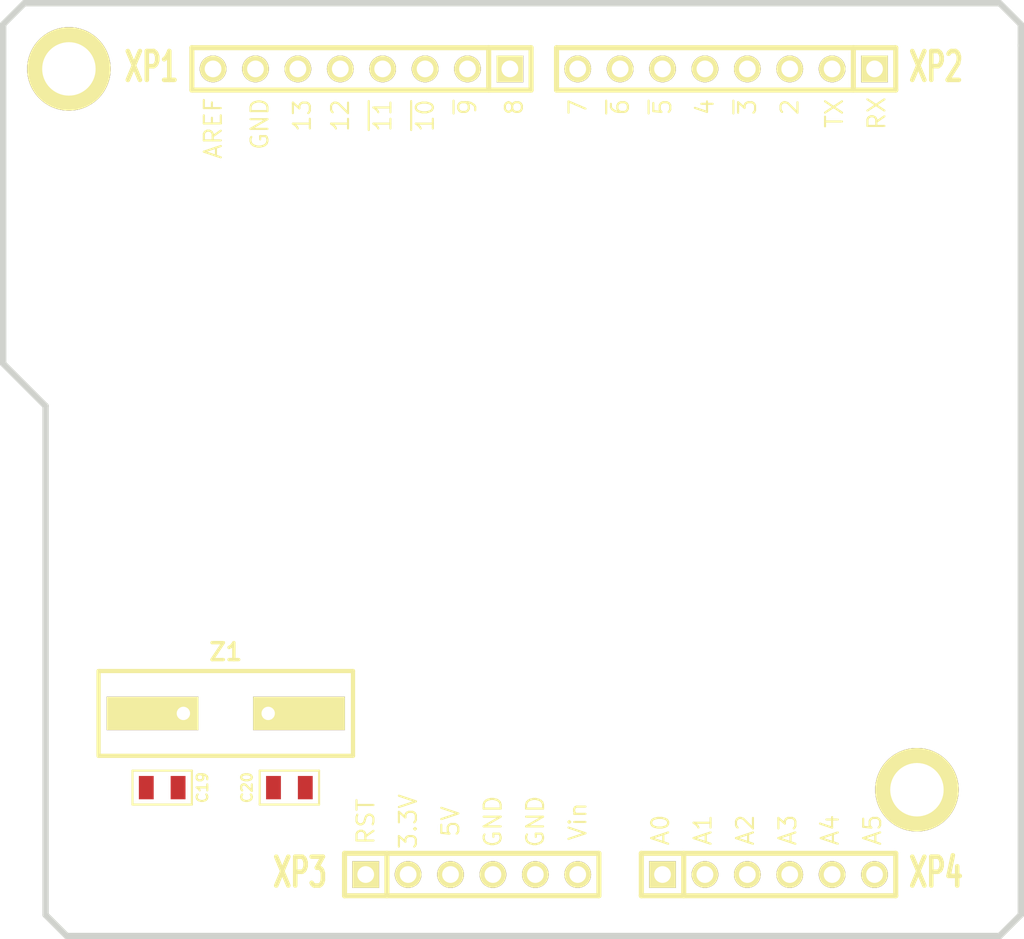
<source format=kicad_pcb>
(kicad_pcb (version 4) (host pcbnew 4.0.2+dfsg1-stable)

  (general
    (links 5)
    (no_connects 5)
    (area 64.579499 92.519499 125.920501 148.780501)
    (thickness 1.6002)
    (drawings 39)
    (tracks 0)
    (zones 0)
    (modules 9)
    (nets 15)
  )

  (page A4)
  (layers
    (0 Front signal)
    (31 Back signal)
    (32 B.Adhes user)
    (33 F.Adhes user)
    (34 B.Paste user)
    (35 F.Paste user)
    (36 B.SilkS user)
    (37 F.SilkS user)
    (38 B.Mask user)
    (39 F.Mask user)
    (40 Dwgs.User user)
    (41 Cmts.User user)
    (42 Eco1.User user)
    (43 Eco2.User user)
    (44 Edge.Cuts user)
  )

  (setup
    (last_trace_width 0.254)
    (user_trace_width 0.254)
    (user_trace_width 0.508)
    (user_trace_width 1.01092)
    (trace_clearance 0.254)
    (zone_clearance 0.508)
    (zone_45_only no)
    (trace_min 0.254)
    (segment_width 0.381)
    (edge_width 0.381)
    (via_size 1.19888)
    (via_drill 0.59944)
    (via_min_size 0.889)
    (via_min_drill 0.508)
    (user_via 1.19888 0.59944)
    (uvia_size 0.508)
    (uvia_drill 0.127)
    (uvias_allowed no)
    (uvia_min_size 0.508)
    (uvia_min_drill 0.127)
    (pcb_text_width 0.3048)
    (pcb_text_size 1.524 2.032)
    (mod_edge_width 0.254)
    (mod_text_size 1.524 1.524)
    (mod_text_width 0.127)
    (pad_size 1.6 1.6)
    (pad_drill 1)
    (pad_to_mask_clearance 0.254)
    (aux_axis_origin 0 0)
    (visible_elements FFFFFFBF)
    (pcbplotparams
      (layerselection 0x00030_80000001)
      (usegerberextensions true)
      (excludeedgelayer true)
      (linewidth 0.150000)
      (plotframeref false)
      (viasonmask false)
      (mode 1)
      (useauxorigin true)
      (hpglpennumber 1)
      (hpglpenspeed 20)
      (hpglpendiameter 15)
      (hpglpenoverlay 0)
      (psnegative false)
      (psa4output false)
      (plotreference true)
      (plotvalue true)
      (plotinvisibletext false)
      (padsonsilk false)
      (subtractmaskfromsilk false)
      (outputformat 1)
      (mirror false)
      (drillshape 1)
      (scaleselection 1)
      (outputdirectory ../../../../../../Документы/GERBER_MODUL_ADC/))
  )

  (net 0 "")
  (net 1 /+5V)
  (net 2 /A0)
  (net 3 /GND)
  (net 4 /PB0)
  (net 5 /PB1)
  (net 6 /PB2)
  (net 7 /PB3)
  (net 8 /PB4)
  (net 9 /PB5)
  (net 10 /PD4)
  (net 11 /PD5)
  (net 12 /PD6)
  (net 13 N-0000041)
  (net 14 N-0000046)

  (net_class Default "This is the default net class."
    (clearance 0.254)
    (trace_width 0.254)
    (via_dia 1.19888)
    (via_drill 0.59944)
    (uvia_dia 0.508)
    (uvia_drill 0.127)
    (add_net /+5V)
    (add_net /A0)
    (add_net /GND)
    (add_net /PB0)
    (add_net /PB1)
    (add_net /PB2)
    (add_net /PB3)
    (add_net /PB4)
    (add_net /PB5)
    (add_net /PD4)
    (add_net /PD5)
    (add_net /PD6)
    (add_net N-0000041)
    (add_net N-0000046)
  )

  (module 1_pin (layer Front) (tedit 4EDCC668) (tstamp 4E26C411)
    (at 69.469 96.647)
    (descr "module 1 pin (ou trou mecanique de percage)")
    (tags DEV)
    (path 1_pin)
    (fp_text reference arduino (at -0.762 -2.032) (layer F.SilkS) hide
      (effects (font (size 0.50038 0.50038) (thickness 0.12446)))
    )
    (fp_text value P*** (at -0.762 -0.762) (layer F.SilkS) hide
      (effects (font (size 1.016 1.016) (thickness 0.254)))
    )
    (pad "" thru_hole circle (at -0.762 0) (size 5.00126 5.00126) (drill 3.2004) (layers *.Cu *.Mask F.SilkS)
      (clearance 1.00076))
  )

  (module 1_pin (layer Front) (tedit 4EDCC65E) (tstamp 4EDCC647)
    (at 119.507 139.827)
    (descr "module 1 pin (ou trou mecanique de percage)")
    (tags DEV)
    (path 1_pin)
    (fp_text reference arduino (at 0 -2.54) (layer F.SilkS) hide
      (effects (font (size 0.50038 0.50038) (thickness 0.12446)))
    )
    (fp_text value P*** (at 0 -0.635) (layer F.SilkS) hide
      (effects (font (size 1.016 1.016) (thickness 0.254)))
    )
    (pad "" thru_hole circle (at 0 0) (size 5.00126 5.00126) (drill 3.2004) (layers *.Cu *.Mask F.SilkS)
      (solder_mask_margin 1.99898) (solder_paste_margin 1.99898) (clearance 1.00076))
  )

  (module SIL-6 (layer Front) (tedit 563CCA1D) (tstamp 4CEE8468)
    (at 92.837 144.907)
    (descr "Connecteur 6 pins")
    (tags "CONN DEV")
    (path /4EB912B4)
    (fp_text reference XP3 (at -10.287 -0.127) (layer F.SilkS)
      (effects (font (size 1.72974 1.08712) (thickness 0.27178)))
    )
    (fp_text value PLS-6 (at 3.81 -2.54) (layer F.SilkS) hide
      (effects (font (size 1.524 1.016) (thickness 0.254)))
    )
    (fp_line (start -7.62 1.27) (end -7.62 -1.27) (layer F.SilkS) (width 0.3048))
    (fp_line (start -7.62 -1.27) (end 7.62 -1.27) (layer F.SilkS) (width 0.3048))
    (fp_line (start 7.62 -1.27) (end 7.62 1.27) (layer F.SilkS) (width 0.3048))
    (fp_line (start 7.62 1.27) (end -7.62 1.27) (layer F.SilkS) (width 0.3048))
    (fp_line (start -5.08 1.27) (end -5.08 -1.27) (layer F.SilkS) (width 0.3048))
    (pad 1 thru_hole rect (at -6.35 0) (size 1.6 1.6) (drill 1) (layers *.Cu *.Mask F.SilkS))
    (pad 2 thru_hole circle (at -3.81 0) (size 1.6 1.6) (drill 1) (layers *.Cu *.Mask F.SilkS))
    (pad 3 thru_hole circle (at -1.27 0) (size 1.6 1.6) (drill 1) (layers *.Cu *.Mask F.SilkS)
      (net 1 /+5V))
    (pad 4 thru_hole circle (at 1.27 0) (size 1.6 1.6) (drill 1) (layers *.Cu *.Mask F.SilkS)
      (net 3 /GND))
    (pad 5 thru_hole circle (at 3.81 0) (size 1.6 1.6) (drill 1) (layers *.Cu *.Mask F.SilkS)
      (net 3 /GND))
    (pad 6 thru_hole circle (at 6.35 0) (size 1.6 1.6) (drill 1) (layers *.Cu *.Mask F.SilkS))
  )

  (module SIL-6 (layer Front) (tedit 563CCA43) (tstamp 4CEE846A)
    (at 110.617 144.907)
    (descr "Connecteur 6 pins")
    (tags "CONN DEV")
    (path /4ED78CD0)
    (fp_text reference XP4 (at 10.033 -0.127) (layer F.SilkS)
      (effects (font (size 1.72974 1.08712) (thickness 0.27178)))
    )
    (fp_text value PLS-6 (at 3.81 -2.54) (layer F.SilkS) hide
      (effects (font (size 1.524 1.016) (thickness 0.254)))
    )
    (fp_line (start -7.62 1.27) (end -7.62 -1.27) (layer F.SilkS) (width 0.3048))
    (fp_line (start -7.62 -1.27) (end 7.62 -1.27) (layer F.SilkS) (width 0.3048))
    (fp_line (start 7.62 -1.27) (end 7.62 1.27) (layer F.SilkS) (width 0.3048))
    (fp_line (start 7.62 1.27) (end -7.62 1.27) (layer F.SilkS) (width 0.3048))
    (fp_line (start -5.08 1.27) (end -5.08 -1.27) (layer F.SilkS) (width 0.3048))
    (pad 1 thru_hole rect (at -6.35 0) (size 1.6 1.6) (drill 1) (layers *.Cu *.Mask F.SilkS)
      (net 2 /A0))
    (pad 2 thru_hole circle (at -3.81 0) (size 1.6 1.6) (drill 1) (layers *.Cu *.Mask F.SilkS))
    (pad 3 thru_hole circle (at -1.27 0) (size 1.6 1.6) (drill 1) (layers *.Cu *.Mask F.SilkS))
    (pad 4 thru_hole circle (at 1.27 0) (size 1.6 1.6) (drill 1) (layers *.Cu *.Mask F.SilkS))
    (pad 5 thru_hole circle (at 3.81 0) (size 1.6 1.6) (drill 1) (layers *.Cu *.Mask F.SilkS))
    (pad 6 thru_hole circle (at 6.35 0) (size 1.6 1.6) (drill 1) (layers *.Cu *.Mask F.SilkS))
  )

  (module SIL-8 (layer Front) (tedit 563CCA8C) (tstamp 4CEE846D)
    (at 86.233 96.647 180)
    (descr "Connecteur 8 pins")
    (tags "CONN DEV")
    (path /4EB91375)
    (fp_text reference XP1 (at 12.573 0.127 180) (layer F.SilkS)
      (effects (font (size 1.72974 1.08712) (thickness 0.27178)))
    )
    (fp_text value PLS-8 (at 5.08 -3.81 180) (layer F.SilkS) hide
      (effects (font (size 1.524 1.016) (thickness 0.254)))
    )
    (fp_line (start -10.16 -1.27) (end 10.16 -1.27) (layer F.SilkS) (width 0.3048))
    (fp_line (start 10.16 -1.27) (end 10.16 1.27) (layer F.SilkS) (width 0.3048))
    (fp_line (start 10.16 1.27) (end -10.16 1.27) (layer F.SilkS) (width 0.3048))
    (fp_line (start -10.16 1.27) (end -10.16 -1.27) (layer F.SilkS) (width 0.3048))
    (fp_line (start -7.62 1.27) (end -7.62 -1.27) (layer F.SilkS) (width 0.3048))
    (pad 1 thru_hole rect (at -8.89 0 180) (size 1.6 1.6) (drill 1) (layers *.Cu *.Mask F.SilkS)
      (net 4 /PB0))
    (pad 2 thru_hole circle (at -6.35 0 180) (size 1.6 1.6) (drill 1) (layers *.Cu *.Mask F.SilkS)
      (net 5 /PB1))
    (pad 3 thru_hole circle (at -3.81 0 180) (size 1.6 1.6) (drill 1) (layers *.Cu *.Mask F.SilkS)
      (net 6 /PB2))
    (pad 4 thru_hole circle (at -1.27 0 180) (size 1.6 1.6) (drill 1) (layers *.Cu *.Mask F.SilkS)
      (net 7 /PB3))
    (pad 5 thru_hole circle (at 1.27 0 180) (size 1.6 1.6) (drill 1) (layers *.Cu *.Mask F.SilkS)
      (net 8 /PB4))
    (pad 6 thru_hole circle (at 3.81 0 180) (size 1.6 1.6) (drill 1) (layers *.Cu *.Mask F.SilkS)
      (net 9 /PB5))
    (pad 7 thru_hole circle (at 6.35 0 180) (size 1.6 1.6) (drill 1) (layers *.Cu *.Mask F.SilkS))
    (pad 8 thru_hole circle (at 8.89 0 180) (size 1.6 1.6) (drill 1) (layers *.Cu *.Mask F.SilkS))
  )

  (module SIL-8 (layer Front) (tedit 563CCAC4) (tstamp 4CF3A63E)
    (at 108.077 96.647 180)
    (descr "Connecteur 8 pins")
    (tags "CONN DEV")
    (path /4ED777B2)
    (fp_text reference XP2 (at -12.573 0.127 180) (layer F.SilkS)
      (effects (font (size 1.72974 1.08712) (thickness 0.27178)))
    )
    (fp_text value PLS-8 (at 3.81 -3.81 180) (layer F.SilkS) hide
      (effects (font (size 1.524 1.016) (thickness 0.254)))
    )
    (fp_line (start -10.16 -1.27) (end 10.16 -1.27) (layer F.SilkS) (width 0.3048))
    (fp_line (start 10.16 -1.27) (end 10.16 1.27) (layer F.SilkS) (width 0.3048))
    (fp_line (start 10.16 1.27) (end -10.16 1.27) (layer F.SilkS) (width 0.3048))
    (fp_line (start -10.16 1.27) (end -10.16 -1.27) (layer F.SilkS) (width 0.3048))
    (fp_line (start -7.62 1.27) (end -7.62 -1.27) (layer F.SilkS) (width 0.3048))
    (pad 1 thru_hole rect (at -8.89 0 180) (size 1.6 1.6) (drill 1) (layers *.Cu *.Mask F.SilkS))
    (pad 2 thru_hole circle (at -6.35 0 180) (size 1.6 1.6) (drill 1) (layers *.Cu *.Mask F.SilkS))
    (pad 3 thru_hole circle (at -3.81 0 180) (size 1.6 1.6) (drill 1) (layers *.Cu *.Mask F.SilkS))
    (pad 4 thru_hole circle (at -1.27 0 180) (size 1.6 1.6) (drill 1) (layers *.Cu *.Mask F.SilkS))
    (pad 5 thru_hole circle (at 1.27 0 180) (size 1.6 1.6) (drill 1) (layers *.Cu *.Mask F.SilkS)
      (net 10 /PD4))
    (pad 6 thru_hole circle (at 3.81 0 180) (size 1.6 1.6) (drill 1) (layers *.Cu *.Mask F.SilkS)
      (net 11 /PD5))
    (pad 7 thru_hole circle (at 6.35 0 180) (size 1.6 1.6) (drill 1) (layers *.Cu *.Mask F.SilkS)
      (net 12 /PD6))
    (pad 8 thru_hole circle (at 8.89 0 180) (size 1.6 1.6) (drill 1) (layers *.Cu *.Mask F.SilkS))
  )

  (module Q_49U3HMS& (layer Front) (tedit 563CCB70) (tstamp 4EDCAB5E)
    (at 78.105 135.255 180)
    (path /4ED78F56)
    (fp_text reference Z1 (at 0 3.683 180) (layer F.SilkS)
      (effects (font (size 1.016 1.016) (thickness 0.2032)))
    )
    (fp_text value "2.4576 МГц" (at 0.254 1.524 180) (layer F.SilkS) hide
      (effects (font (size 1.016 1.016) (thickness 0.2032)))
    )
    (fp_line (start 7.62 2.54) (end -7.62 2.54) (layer F.SilkS) (width 0.254))
    (fp_line (start -7.62 2.54) (end -7.62 -2.54) (layer F.SilkS) (width 0.254))
    (fp_line (start -7.62 -2.54) (end 7.62 -2.54) (layer F.SilkS) (width 0.254))
    (fp_line (start 7.62 -2.54) (end 7.62 2.54) (layer F.SilkS) (width 0.254))
    (pad 1 thru_hole trapezoid (at -2.54 0 180) (size 5.4991 1.99898) (drill 0.8001 (offset -1.84658 0)) (layers *.Cu *.Mask F.SilkS)
      (net 13 N-0000041))
    (pad 2 thru_hole trapezoid (at 2.54 0 180) (size 5.4991 1.99898) (drill 0.8001 (offset 1.84658 0)) (layers *.Cu *.Mask F.SilkS)
      (net 14 N-0000046))
  )

  (module SMD0805 (layer Front) (tedit 5AC38DCC) (tstamp 4EDCAB6B)
    (at 74.295 139.7 180)
    (path /4ED79054)
    (attr smd)
    (fp_text reference C19 (at -2.413 0 270) (layer F.SilkS)
      (effects (font (size 0.635 0.635) (thickness 0.127)))
    )
    (fp_text value "12 п" (at 0.254 1.524 180) (layer F.SilkS) hide
      (effects (font (size 0.635 0.635) (thickness 0.127)))
    )
    (fp_line (start 1.778 1.016) (end 1.778 -1.016) (layer F.SilkS) (width 0.127))
    (fp_line (start -1.778 1.016) (end 1.778 1.016) (layer F.SilkS) (width 0.127))
    (fp_line (start -1.778 -1.016) (end -1.778 1.016) (layer F.SilkS) (width 0.127))
    (fp_line (start -1.778 -1.016) (end 1.778 -1.016) (layer F.SilkS) (width 0.127))
    (pad 1 smd rect (at -0.9525 0 180) (size 0.889 1.397) (layers Front F.Paste F.Mask)
      (net 14 N-0000046))
    (pad 2 smd rect (at 0.9525 0 180) (size 0.889 1.397) (layers Front F.Paste F.Mask)
      (net 3 /GND))
    (model smd/chip_cms.wrl
      (at (xyz 0 0 0))
      (scale (xyz 0.1 0.1 0.1))
      (rotate (xyz 0 0 0))
    )
  )

  (module SMD0805 (layer Front) (tedit 5AC38DD4) (tstamp 4EDCAB6D)
    (at 81.915 139.7)
    (path /4ED79055)
    (attr smd)
    (fp_text reference C20 (at -2.54 0 90) (layer F.SilkS)
      (effects (font (size 0.635 0.635) (thickness 0.127)))
    )
    (fp_text value "12 п" (at 0.254 1.524) (layer F.SilkS) hide
      (effects (font (size 0.635 0.635) (thickness 0.127)))
    )
    (fp_line (start 1.778 1.016) (end 1.778 -1.016) (layer F.SilkS) (width 0.127))
    (fp_line (start -1.778 1.016) (end 1.778 1.016) (layer F.SilkS) (width 0.127))
    (fp_line (start -1.778 -1.016) (end -1.778 1.016) (layer F.SilkS) (width 0.127))
    (fp_line (start -1.778 -1.016) (end 1.778 -1.016) (layer F.SilkS) (width 0.127))
    (pad 1 smd rect (at -0.9525 0) (size 0.889 1.397) (layers Front F.Paste F.Mask)
      (net 13 N-0000041))
    (pad 2 smd rect (at 0.9525 0) (size 0.889 1.397) (layers Front F.Paste F.Mask)
      (net 3 /GND))
    (model smd/chip_cms.wrl
      (at (xyz 0 0 0))
      (scale (xyz 0.1 0.1 0.1))
      (rotate (xyz 0 0 0))
    )
  )

  (gr_line (start 64.77 114.3) (end 67.31 116.84) (angle 90) (layer Edge.Cuts) (width 0.381))
  (gr_line (start 68.58 148.59) (end 124.46 148.59) (angle 90) (layer Edge.Cuts) (width 0.381))
  (gr_line (start 67.31 147.32) (end 68.58 148.59) (angle 90) (layer Edge.Cuts) (width 0.381))
  (gr_line (start 67.31 116.84) (end 67.31 147.32) (angle 90) (layer Edge.Cuts) (width 0.381))
  (gr_line (start 64.77 93.98) (end 64.77 114.3) (angle 90) (layer Edge.Cuts) (width 0.381))
  (gr_line (start 66.04 92.71) (end 64.77 93.98) (angle 90) (layer Edge.Cuts) (width 0.381))
  (gr_line (start 124.46 92.71) (end 66.04 92.71) (angle 90) (layer Edge.Cuts) (width 0.381))
  (gr_line (start 125.73 93.98) (end 124.46 92.71) (angle 90) (layer Edge.Cuts) (width 0.381))
  (gr_line (start 125.73 95.25) (end 125.73 93.98) (angle 90) (layer Edge.Cuts) (width 0.381))
  (gr_line (start 125.73 147.32) (end 124.46 148.59) (angle 90) (layer Edge.Cuts) (width 0.381))
  (gr_line (start 125.73 95.25) (end 125.73 147.32) (angle 90) (layer Edge.Cuts) (width 0.381))
  (gr_text AREF (at 77.343 100.203 90) (layer F.SilkS)
    (effects (font (size 1.016 1.016) (thickness 0.127)))
  )
  (gr_text 13 (at 82.677 99.441 90) (layer F.SilkS)
    (effects (font (size 1.016 1.016) (thickness 0.127)))
  )
  (gr_text 8 (at 95.377 98.933 90) (layer F.SilkS)
    (effects (font (size 1.016 1.016) (thickness 0.127)))
  )
  (gr_text GND (at 80.137 99.949 90) (layer F.SilkS)
    (effects (font (size 1.016 1.016) (thickness 0.127)))
  )
  (gr_text ~6 (at 101.727 98.933 90) (layer F.SilkS)
    (effects (font (size 1.016 1.016) (thickness 0.127)))
  )
  (gr_text ~5 (at 104.267 98.933 90) (layer F.SilkS)
    (effects (font (size 1.016 1.016) (thickness 0.127)))
  )
  (gr_text ~11 (at 87.503 99.441 90) (layer F.SilkS)
    (effects (font (size 1.016 1.016) (thickness 0.127)))
  )
  (gr_text 12 (at 84.963 99.441 90) (layer F.SilkS)
    (effects (font (size 1.016 1.016) (thickness 0.127)))
  )
  (gr_text ~10 (at 90.043 99.441 90) (layer F.SilkS)
    (effects (font (size 1.016 1.016) (thickness 0.127)))
  )
  (gr_text ~9 (at 92.583 98.933 90) (layer F.SilkS)
    (effects (font (size 1.016 1.016) (thickness 0.127)))
  )
  (gr_text 4 (at 106.807 98.933 90) (layer F.SilkS)
    (effects (font (size 1.016 1.016) (thickness 0.127)))
  )
  (gr_text 7 (at 99.187 98.933 90) (layer F.SilkS)
    (effects (font (size 1.016 1.016) (thickness 0.127)))
  )
  (gr_text ~3 (at 109.347 98.933 90) (layer F.SilkS)
    (effects (font (size 1.016 1.016) (thickness 0.127)))
  )
  (gr_text 2 (at 111.887 98.933 90) (layer F.SilkS)
    (effects (font (size 1.016 1.016) (thickness 0.127)))
  )
  (gr_text TX (at 114.554 99.314 90) (layer F.SilkS)
    (effects (font (size 1.016 1.016) (thickness 0.127)))
  )
  (gr_text GND (at 94.107 141.732 90) (layer F.SilkS)
    (effects (font (size 1.016 1.016) (thickness 0.127)))
  )
  (gr_text RX (at 117.094 99.314 90) (layer F.SilkS)
    (effects (font (size 1.016 1.016) (thickness 0.127)))
  )
  (gr_text Vin (at 99.187 141.732 90) (layer F.SilkS)
    (effects (font (size 1.016 1.016) (thickness 0.127)))
  )
  (gr_text 5V (at 91.567 141.732 90) (layer F.SilkS)
    (effects (font (size 1.016 1.016) (thickness 0.127)))
  )
  (gr_text GND (at 96.647 141.732 90) (layer F.SilkS)
    (effects (font (size 1.016 1.016) (thickness 0.127)))
  )
  (gr_text 3.3V (at 89.027 141.732 90) (layer F.SilkS)
    (effects (font (size 1.016 1.016) (thickness 0.127)))
  )
  (gr_text A2 (at 109.22 142.24 90) (layer F.SilkS)
    (effects (font (size 1.016 1.016) (thickness 0.127)))
  )
  (gr_text A3 (at 111.76 142.24 90) (layer F.SilkS)
    (effects (font (size 1.016 1.016) (thickness 0.127)))
  )
  (gr_text RST (at 86.487 141.732 90) (layer F.SilkS)
    (effects (font (size 1.016 1.016) (thickness 0.127)))
  )
  (gr_text A5 (at 116.84 142.24 90) (layer F.SilkS)
    (effects (font (size 1.016 1.016) (thickness 0.127)))
  )
  (gr_text A4 (at 114.3 142.24 90) (layer F.SilkS)
    (effects (font (size 1.016 1.016) (thickness 0.127)))
  )
  (gr_text A1 (at 106.68 142.24 90) (layer F.SilkS)
    (effects (font (size 1.016 1.016) (thickness 0.127)))
  )
  (gr_text A0 (at 104.14 142.24 90) (layer F.SilkS)
    (effects (font (size 1.016 1.016) (thickness 0.127)))
  )

  (zone (net 3) (net_name /GND) (layer Back) (tstamp 4EDCB4AA) (hatch edge 0.508)
    (connect_pads (clearance 0.508))
    (min_thickness 0.50038)
    (fill (mode segment) (arc_segments 16) (thermal_gap 0.508) (thermal_bridge_width 0.508))
    (polygon
      (pts
        (xy 123.825 147.955) (xy 125.095 146.685) (xy 125.095 94.615) (xy 123.825 93.345) (xy 67.31 93.345)
        (xy 65.405 95.25) (xy 65.405 113.665) (xy 67.945 116.205) (xy 67.945 146.685) (xy 69.215 147.955)
      )
    )
    (polygon
      (pts        (xy 118.364 143.51) (xy 118.364 146.304) (xy 102.87 146.304) (xy 102.87 143.51)
      )
    )
    (polygon
      (pts        (xy 100.584 143.51) (xy 100.584 146.304) (xy 98.044 146.304) (xy 98.044 143.51)
      )
    )
    (polygon
      (pts        (xy 92.71 143.51) (xy 92.71 146.304) (xy 85.09 146.304) (xy 85.09 143.51)
      )
    )
    (polygon
      (pts        (xy 121.92 121.92) (xy 121.92 134.62) (xy 119.38 134.62) (xy 119.38 121.92)
      )
    )
    (polygon
      (pts        (xy 121.92 105.41) (xy 121.92 113.03) (xy 119.38 113.03) (xy 119.38 105.41)
      )
    )
    (polygon
      (pts        (xy 118.364 95.25) (xy 118.364 98.044) (xy 97.79 98.044) (xy 97.79 95.25)
      )
    )
    (polygon
      (pts        (xy 96.52 95.25) (xy 96.52 98.044) (xy 75.946 98.044) (xy 75.946 95.25)
      )
    )
  )
)

</source>
